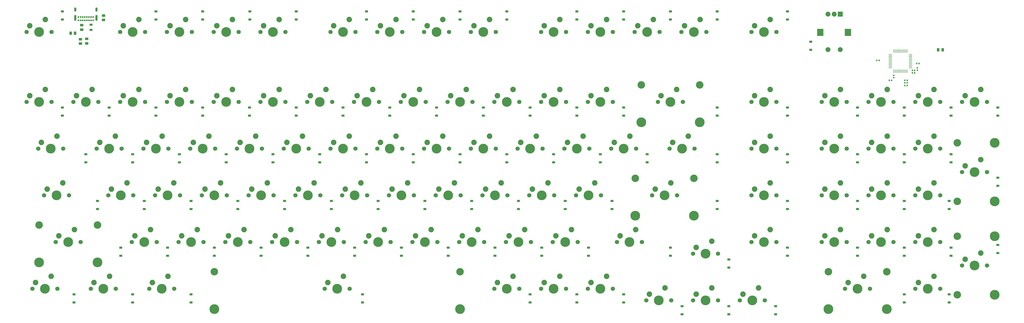
<source format=gbs>
G04 #@! TF.GenerationSoftware,KiCad,Pcbnew,6.0.6*
G04 #@! TF.CreationDate,2022-08-21T10:38:00-04:00*
G04 #@! TF.ProjectId,Workeeb,576f726b-6565-4622-9e6b-696361645f70,rev?*
G04 #@! TF.SameCoordinates,Original*
G04 #@! TF.FileFunction,Soldermask,Bot*
G04 #@! TF.FilePolarity,Negative*
%FSLAX46Y46*%
G04 Gerber Fmt 4.6, Leading zero omitted, Abs format (unit mm)*
G04 Created by KiCad (PCBNEW 6.0.6) date 2022-08-21 10:38:00*
%MOMM*%
%LPD*%
G01*
G04 APERTURE LIST*
G04 Aperture macros list*
%AMRoundRect*
0 Rectangle with rounded corners*
0 $1 Rounding radius*
0 $2 $3 $4 $5 $6 $7 $8 $9 X,Y pos of 4 corners*
0 Add a 4 corners polygon primitive as box body*
4,1,4,$2,$3,$4,$5,$6,$7,$8,$9,$2,$3,0*
0 Add four circle primitives for the rounded corners*
1,1,$1+$1,$2,$3*
1,1,$1+$1,$4,$5*
1,1,$1+$1,$6,$7*
1,1,$1+$1,$8,$9*
0 Add four rect primitives between the rounded corners*
20,1,$1+$1,$2,$3,$4,$5,0*
20,1,$1+$1,$4,$5,$6,$7,0*
20,1,$1+$1,$6,$7,$8,$9,0*
20,1,$1+$1,$8,$9,$2,$3,0*%
G04 Aperture macros list end*
%ADD10C,1.750000*%
%ADD11C,3.987800*%
%ADD12C,2.250000*%
%ADD13C,3.048000*%
%ADD14R,2.000000X2.000000*%
%ADD15C,2.000000*%
%ADD16R,2.500000X3.000000*%
%ADD17R,1.200000X0.900000*%
%ADD18RoundRect,0.140000X-0.170000X0.140000X-0.170000X-0.140000X0.170000X-0.140000X0.170000X0.140000X0*%
%ADD19RoundRect,0.140000X-0.140000X-0.170000X0.140000X-0.170000X0.140000X0.170000X-0.140000X0.170000X0*%
%ADD20RoundRect,0.140000X0.140000X0.170000X-0.140000X0.170000X-0.140000X-0.170000X0.140000X-0.170000X0*%
%ADD21RoundRect,0.250000X-0.450000X0.262500X-0.450000X-0.262500X0.450000X-0.262500X0.450000X0.262500X0*%
%ADD22R,0.254000X1.461999*%
%ADD23R,1.461999X0.254000*%
%ADD24RoundRect,0.218750X-0.381250X0.218750X-0.381250X-0.218750X0.381250X-0.218750X0.381250X0.218750X0*%
%ADD25C,0.700000*%
%ADD26O,0.900000X2.400000*%
%ADD27O,0.900000X1.700000*%
%ADD28RoundRect,0.250000X-0.262500X-0.450000X0.262500X-0.450000X0.262500X0.450000X-0.262500X0.450000X0*%
%ADD29RoundRect,0.250000X0.262500X0.450000X-0.262500X0.450000X-0.262500X-0.450000X0.262500X-0.450000X0*%
G04 APERTURE END LIST*
D10*
X40798750Y-61912500D03*
X30638750Y-61912500D03*
D11*
X35718750Y-61912500D03*
D12*
X31908750Y-59372500D03*
X38258750Y-56832500D03*
D11*
X40481250Y-80962500D03*
D10*
X35401250Y-80962500D03*
X45561250Y-80962500D03*
D12*
X36671250Y-78422500D03*
X43021250Y-75882500D03*
D10*
X37782500Y-100012500D03*
D11*
X42862500Y-100012500D03*
D10*
X47942500Y-100012500D03*
D12*
X39052500Y-97472500D03*
X45402500Y-94932500D03*
D10*
X33020000Y-138112500D03*
X43180000Y-138112500D03*
D11*
X38100000Y-138112500D03*
D12*
X34290000Y-135572500D03*
X40640000Y-133032500D03*
D10*
X52705000Y-119062500D03*
D13*
X59531250Y-112077500D03*
D11*
X35718750Y-127317500D03*
X59531250Y-127317500D03*
D10*
X42545000Y-119062500D03*
D11*
X47625000Y-119062500D03*
D13*
X35718750Y-112077500D03*
D12*
X43815000Y-116522500D03*
X50165000Y-113982500D03*
D10*
X56832500Y-138112500D03*
X66992500Y-138112500D03*
D11*
X61912500Y-138112500D03*
D12*
X58102500Y-135572500D03*
X64452500Y-133032500D03*
D10*
X78898750Y-33337500D03*
X68738750Y-33337500D03*
D11*
X73818750Y-33337500D03*
D12*
X70008750Y-30797500D03*
X76358750Y-28257500D03*
D10*
X68738750Y-61912500D03*
X78898750Y-61912500D03*
D11*
X73818750Y-61912500D03*
D12*
X70008750Y-59372500D03*
X76358750Y-56832500D03*
D10*
X59213750Y-80962500D03*
D11*
X64293750Y-80962500D03*
D10*
X69373750Y-80962500D03*
D12*
X60483750Y-78422500D03*
X66833750Y-75882500D03*
D11*
X69056250Y-100012500D03*
D10*
X63976250Y-100012500D03*
X74136250Y-100012500D03*
D12*
X65246250Y-97472500D03*
X71596250Y-94932500D03*
D10*
X73501250Y-119062500D03*
D11*
X78581250Y-119062500D03*
D10*
X83661250Y-119062500D03*
D12*
X74771250Y-116522500D03*
X81121250Y-113982500D03*
D11*
X92868750Y-33337500D03*
D10*
X87788750Y-33337500D03*
X97948750Y-33337500D03*
D12*
X89058750Y-30797500D03*
X95408750Y-28257500D03*
D10*
X87788750Y-61912500D03*
D11*
X92868750Y-61912500D03*
D10*
X97948750Y-61912500D03*
D12*
X89058750Y-59372500D03*
X95408750Y-56832500D03*
D11*
X83343750Y-80962500D03*
D10*
X88423750Y-80962500D03*
X78263750Y-80962500D03*
D12*
X79533750Y-78422500D03*
X85883750Y-75882500D03*
D10*
X83026250Y-100012500D03*
X93186250Y-100012500D03*
D11*
X88106250Y-100012500D03*
D12*
X84296250Y-97472500D03*
X90646250Y-94932500D03*
D10*
X92551250Y-119062500D03*
X102711250Y-119062500D03*
D11*
X97631250Y-119062500D03*
D12*
X93821250Y-116522500D03*
X100171250Y-113982500D03*
D11*
X85725000Y-138112500D03*
D10*
X90805000Y-138112500D03*
X80645000Y-138112500D03*
D12*
X81915000Y-135572500D03*
X88265000Y-133032500D03*
D11*
X111918750Y-33337500D03*
D10*
X116998750Y-33337500D03*
X106838750Y-33337500D03*
D12*
X108108750Y-30797500D03*
X114458750Y-28257500D03*
D11*
X111918750Y-61912500D03*
D10*
X116998750Y-61912500D03*
X106838750Y-61912500D03*
D12*
X108108750Y-59372500D03*
X114458750Y-56832500D03*
D11*
X102393750Y-80962500D03*
D10*
X97313750Y-80962500D03*
X107473750Y-80962500D03*
D12*
X98583750Y-78422500D03*
X104933750Y-75882500D03*
D11*
X107156250Y-100012500D03*
D10*
X102076250Y-100012500D03*
X112236250Y-100012500D03*
D12*
X103346250Y-97472500D03*
X109696250Y-94932500D03*
D11*
X116681250Y-119062500D03*
D10*
X111601250Y-119062500D03*
X121761250Y-119062500D03*
D12*
X112871250Y-116522500D03*
X119221250Y-113982500D03*
D10*
X136048750Y-33337500D03*
D11*
X130968750Y-33337500D03*
D10*
X125888750Y-33337500D03*
D12*
X127158750Y-30797500D03*
X133508750Y-28257500D03*
D10*
X125888750Y-61912500D03*
D11*
X130968750Y-61912500D03*
D10*
X136048750Y-61912500D03*
D12*
X127158750Y-59372500D03*
X133508750Y-56832500D03*
D10*
X126523750Y-80962500D03*
D11*
X121443750Y-80962500D03*
D10*
X116363750Y-80962500D03*
D12*
X117633750Y-78422500D03*
X123983750Y-75882500D03*
D10*
X121126250Y-100012500D03*
X131286250Y-100012500D03*
D11*
X126206250Y-100012500D03*
D12*
X122396250Y-97472500D03*
X128746250Y-94932500D03*
D11*
X135731250Y-119062500D03*
D10*
X140811250Y-119062500D03*
X130651250Y-119062500D03*
D12*
X131921250Y-116522500D03*
X138271250Y-113982500D03*
D10*
X144938750Y-61912500D03*
D11*
X150018750Y-61912500D03*
D10*
X155098750Y-61912500D03*
D12*
X146208750Y-59372500D03*
X152558750Y-56832500D03*
D10*
X135413750Y-80962500D03*
D11*
X140493750Y-80962500D03*
D10*
X145573750Y-80962500D03*
D12*
X136683750Y-78422500D03*
X143033750Y-75882500D03*
D10*
X150336250Y-100012500D03*
D11*
X145256250Y-100012500D03*
D10*
X140176250Y-100012500D03*
D12*
X141446250Y-97472500D03*
X147796250Y-94932500D03*
D11*
X154781250Y-119062500D03*
D10*
X159861250Y-119062500D03*
X149701250Y-119062500D03*
D12*
X150971250Y-116522500D03*
X157321250Y-113982500D03*
D11*
X107162600Y-146367500D03*
D10*
X162242500Y-138112500D03*
X152082500Y-138112500D03*
D13*
X107162600Y-131127500D03*
D11*
X207162400Y-146367500D03*
X157162500Y-138112500D03*
D13*
X207162400Y-131127500D03*
D12*
X153352500Y-135572500D03*
X159702500Y-133032500D03*
D10*
X154463750Y-33337500D03*
X164623750Y-33337500D03*
D11*
X159543750Y-33337500D03*
D12*
X155733750Y-30797500D03*
X162083750Y-28257500D03*
D10*
X163988750Y-61912500D03*
X174148750Y-61912500D03*
D11*
X169068750Y-61912500D03*
D12*
X165258750Y-59372500D03*
X171608750Y-56832500D03*
D10*
X154463750Y-80962500D03*
D11*
X159543750Y-80962500D03*
D10*
X164623750Y-80962500D03*
D12*
X155733750Y-78422500D03*
X162083750Y-75882500D03*
D10*
X169386250Y-100012500D03*
X159226250Y-100012500D03*
D11*
X164306250Y-100012500D03*
D12*
X160496250Y-97472500D03*
X166846250Y-94932500D03*
D11*
X173831250Y-119062500D03*
D10*
X178911250Y-119062500D03*
X168751250Y-119062500D03*
D12*
X170021250Y-116522500D03*
X176371250Y-113982500D03*
D11*
X178593750Y-33337500D03*
D10*
X183673750Y-33337500D03*
X173513750Y-33337500D03*
D12*
X174783750Y-30797500D03*
X181133750Y-28257500D03*
D11*
X188118750Y-61912500D03*
D10*
X183038750Y-61912500D03*
X193198750Y-61912500D03*
D12*
X184308750Y-59372500D03*
X190658750Y-56832500D03*
D10*
X183673750Y-80962500D03*
D11*
X178593750Y-80962500D03*
D10*
X173513750Y-80962500D03*
D12*
X174783750Y-78422500D03*
X181133750Y-75882500D03*
D10*
X178276250Y-100012500D03*
X188436250Y-100012500D03*
D11*
X183356250Y-100012500D03*
D12*
X179546250Y-97472500D03*
X185896250Y-94932500D03*
D10*
X197961250Y-119062500D03*
D11*
X192881250Y-119062500D03*
D10*
X187801250Y-119062500D03*
D12*
X189071250Y-116522500D03*
X195421250Y-113982500D03*
D10*
X192563750Y-33337500D03*
X202723750Y-33337500D03*
D11*
X197643750Y-33337500D03*
D12*
X193833750Y-30797500D03*
X200183750Y-28257500D03*
D10*
X202088750Y-61912500D03*
X212248750Y-61912500D03*
D11*
X207168750Y-61912500D03*
D12*
X203358750Y-59372500D03*
X209708750Y-56832500D03*
D10*
X192563750Y-80962500D03*
D11*
X197643750Y-80962500D03*
D10*
X202723750Y-80962500D03*
D12*
X193833750Y-78422500D03*
X200183750Y-75882500D03*
D10*
X197326250Y-100012500D03*
D11*
X202406250Y-100012500D03*
D10*
X207486250Y-100012500D03*
D12*
X198596250Y-97472500D03*
X204946250Y-94932500D03*
D10*
X206851250Y-119062500D03*
D11*
X211931250Y-119062500D03*
D10*
X217011250Y-119062500D03*
D12*
X208121250Y-116522500D03*
X214471250Y-113982500D03*
D11*
X216693750Y-33337500D03*
D10*
X211613750Y-33337500D03*
X221773750Y-33337500D03*
D12*
X212883750Y-30797500D03*
X219233750Y-28257500D03*
D10*
X231298750Y-61912500D03*
D11*
X226218750Y-61912500D03*
D10*
X221138750Y-61912500D03*
D12*
X222408750Y-59372500D03*
X228758750Y-56832500D03*
D10*
X221773750Y-80962500D03*
X211613750Y-80962500D03*
D11*
X216693750Y-80962500D03*
D12*
X212883750Y-78422500D03*
X219233750Y-75882500D03*
D10*
X226536250Y-100012500D03*
D11*
X221456250Y-100012500D03*
D10*
X216376250Y-100012500D03*
D12*
X217646250Y-97472500D03*
X223996250Y-94932500D03*
D11*
X230981250Y-119062500D03*
D10*
X236061250Y-119062500D03*
X225901250Y-119062500D03*
D12*
X227171250Y-116522500D03*
X233521250Y-113982500D03*
D10*
X231298750Y-138112500D03*
D11*
X226218750Y-138112500D03*
D10*
X221138750Y-138112500D03*
D12*
X222408750Y-135572500D03*
X228758750Y-133032500D03*
D10*
X240188750Y-33337500D03*
X250348750Y-33337500D03*
D11*
X245268750Y-33337500D03*
D12*
X241458750Y-30797500D03*
X247808750Y-28257500D03*
D10*
X250348750Y-61912500D03*
X240188750Y-61912500D03*
D11*
X245268750Y-61912500D03*
D12*
X241458750Y-59372500D03*
X247808750Y-56832500D03*
D10*
X240823750Y-80962500D03*
D11*
X235743750Y-80962500D03*
D10*
X230663750Y-80962500D03*
D12*
X231933750Y-78422500D03*
X238283750Y-75882500D03*
D10*
X245586250Y-100012500D03*
D11*
X240506250Y-100012500D03*
D10*
X235426250Y-100012500D03*
D12*
X236696250Y-97472500D03*
X243046250Y-94932500D03*
D10*
X244951250Y-119062500D03*
X255111250Y-119062500D03*
D11*
X250031250Y-119062500D03*
D12*
X246221250Y-116522500D03*
X252571250Y-113982500D03*
D10*
X240188750Y-138112500D03*
X250348750Y-138112500D03*
D11*
X245268750Y-138112500D03*
D12*
X241458750Y-135572500D03*
X247808750Y-133032500D03*
D10*
X269398750Y-33337500D03*
X259238750Y-33337500D03*
D11*
X264318750Y-33337500D03*
D12*
X260508750Y-30797500D03*
X266858750Y-28257500D03*
D10*
X269398750Y-61912500D03*
X259238750Y-61912500D03*
D11*
X264318750Y-61912500D03*
D12*
X260508750Y-59372500D03*
X266858750Y-56832500D03*
D10*
X249713750Y-80962500D03*
D11*
X254793750Y-80962500D03*
D10*
X259873750Y-80962500D03*
D12*
X250983750Y-78422500D03*
X257333750Y-75882500D03*
D11*
X259556250Y-100012500D03*
D10*
X264636250Y-100012500D03*
X254476250Y-100012500D03*
D12*
X255746250Y-97472500D03*
X262096250Y-94932500D03*
D10*
X259238750Y-138112500D03*
X269398750Y-138112500D03*
D11*
X264318750Y-138112500D03*
D12*
X260508750Y-135572500D03*
X266858750Y-133032500D03*
D11*
X283368750Y-33337500D03*
D10*
X288448750Y-33337500D03*
X278288750Y-33337500D03*
D12*
X279558750Y-30797500D03*
X285908750Y-28257500D03*
D10*
X268763750Y-80962500D03*
X278923750Y-80962500D03*
D11*
X273843750Y-80962500D03*
D12*
X270033750Y-78422500D03*
X276383750Y-75882500D03*
D10*
X295592500Y-100012500D03*
D13*
X302418750Y-93027500D03*
D11*
X290512500Y-100012500D03*
X278606250Y-108267500D03*
D13*
X278606250Y-93027500D03*
D10*
X285432500Y-100012500D03*
D11*
X302418750Y-108267500D03*
D12*
X286702500Y-97472500D03*
X293052500Y-94932500D03*
D10*
X271145000Y-119062500D03*
D11*
X276225000Y-119062500D03*
D10*
X281305000Y-119062500D03*
D12*
X272415000Y-116522500D03*
X278765000Y-113982500D03*
D10*
X293211250Y-142875000D03*
D11*
X288131250Y-142875000D03*
D10*
X283051250Y-142875000D03*
D12*
X284321250Y-140335000D03*
X290671250Y-137795000D03*
D13*
X280987500Y-54927500D03*
X304800000Y-54927500D03*
D11*
X292893750Y-61912500D03*
D10*
X297973750Y-61912500D03*
D11*
X304800000Y-70167500D03*
D10*
X287813750Y-61912500D03*
D11*
X280987500Y-70167500D03*
D12*
X289083750Y-59372500D03*
X295433750Y-56832500D03*
D10*
X302736250Y-80962500D03*
X292576250Y-80962500D03*
D11*
X297656250Y-80962500D03*
D12*
X293846250Y-78422500D03*
X300196250Y-75882500D03*
D10*
X312261250Y-123825000D03*
X302101250Y-123825000D03*
D11*
X307181250Y-123825000D03*
D12*
X303371250Y-121285000D03*
X309721250Y-118745000D03*
D10*
X302101250Y-142875000D03*
X312261250Y-142875000D03*
D11*
X307181250Y-142875000D03*
D12*
X303371250Y-140335000D03*
X309721250Y-137795000D03*
D11*
X330993750Y-33337500D03*
D10*
X336073750Y-33337500D03*
X325913750Y-33337500D03*
D12*
X327183750Y-30797500D03*
X333533750Y-28257500D03*
D10*
X336073750Y-61912500D03*
D11*
X330993750Y-61912500D03*
D10*
X325913750Y-61912500D03*
D12*
X327183750Y-59372500D03*
X333533750Y-56832500D03*
D10*
X325913750Y-80962500D03*
X336073750Y-80962500D03*
D11*
X330993750Y-80962500D03*
D12*
X327183750Y-78422500D03*
X333533750Y-75882500D03*
D10*
X325913750Y-100012500D03*
D11*
X330993750Y-100012500D03*
D10*
X336073750Y-100012500D03*
D12*
X327183750Y-97472500D03*
X333533750Y-94932500D03*
D11*
X330993750Y-119062500D03*
D10*
X336073750Y-119062500D03*
X325913750Y-119062500D03*
D12*
X327183750Y-116522500D03*
X333533750Y-113982500D03*
D11*
X326231250Y-142875000D03*
D10*
X321151250Y-142875000D03*
X331311250Y-142875000D03*
D12*
X322421250Y-140335000D03*
X328771250Y-137795000D03*
D10*
X364648750Y-61912500D03*
X354488750Y-61912500D03*
D11*
X359568750Y-61912500D03*
D12*
X355758750Y-59372500D03*
X362108750Y-56832500D03*
D10*
X364648750Y-80962500D03*
X354488750Y-80962500D03*
D11*
X359568750Y-80962500D03*
D12*
X355758750Y-78422500D03*
X362108750Y-75882500D03*
D11*
X359568750Y-100012500D03*
D10*
X354488750Y-100012500D03*
X364648750Y-100012500D03*
D12*
X355758750Y-97472500D03*
X362108750Y-94932500D03*
D11*
X359568750Y-119062500D03*
D10*
X354488750Y-119062500D03*
X364648750Y-119062500D03*
D12*
X355758750Y-116522500D03*
X362108750Y-113982500D03*
D14*
X362068750Y-26087500D03*
D15*
X357068750Y-26087500D03*
X359568750Y-26087500D03*
D16*
X365168750Y-33587500D03*
X353968750Y-33587500D03*
D15*
X362068750Y-40587500D03*
X357068750Y-40587500D03*
D10*
X383698750Y-80962500D03*
X373538750Y-80962500D03*
D11*
X378618750Y-80962500D03*
D12*
X374808750Y-78422500D03*
X381158750Y-75882500D03*
D10*
X373538750Y-100012500D03*
X383698750Y-100012500D03*
D11*
X378618750Y-100012500D03*
D12*
X374808750Y-97472500D03*
X381158750Y-94932500D03*
D10*
X373538750Y-119062500D03*
X383698750Y-119062500D03*
D11*
X378618750Y-119062500D03*
D12*
X374808750Y-116522500D03*
X381158750Y-113982500D03*
D11*
X369093750Y-138112500D03*
X381000000Y-146367500D03*
X357187500Y-146367500D03*
D10*
X364013750Y-138112500D03*
D13*
X357187500Y-131127500D03*
D10*
X374173750Y-138112500D03*
D13*
X381000000Y-131127500D03*
D12*
X365283750Y-135572500D03*
X371633750Y-133032500D03*
D10*
X402748750Y-61912500D03*
D11*
X397668750Y-61912500D03*
D10*
X392588750Y-61912500D03*
D12*
X393858750Y-59372500D03*
X400208750Y-56832500D03*
D10*
X402748750Y-100012500D03*
D11*
X397668750Y-100012500D03*
D10*
X392588750Y-100012500D03*
D12*
X393858750Y-97472500D03*
X400208750Y-94932500D03*
D10*
X392588750Y-119062500D03*
X402748750Y-119062500D03*
D11*
X397668750Y-119062500D03*
D12*
X393858750Y-116522500D03*
X400208750Y-113982500D03*
D11*
X397668750Y-138112500D03*
D10*
X392588750Y-138112500D03*
X402748750Y-138112500D03*
D12*
X393858750Y-135572500D03*
X400208750Y-133032500D03*
D11*
X416718750Y-61912500D03*
D10*
X411638750Y-61912500D03*
X421798750Y-61912500D03*
D12*
X412908750Y-59372500D03*
X419258750Y-56832500D03*
D13*
X409733750Y-140525500D03*
X409733750Y-116649500D03*
D11*
X424973750Y-140525500D03*
X424973750Y-116649500D03*
D10*
X421798750Y-128587500D03*
D11*
X416718750Y-128587500D03*
D10*
X411638750Y-128587500D03*
D12*
X412908750Y-126047500D03*
X419258750Y-123507500D03*
D10*
X40798750Y-33337500D03*
D11*
X35718750Y-33337500D03*
D10*
X30638750Y-33337500D03*
D12*
X31908750Y-30797500D03*
X38258750Y-28257500D03*
D10*
X49688750Y-61912500D03*
X59848750Y-61912500D03*
D11*
X54768750Y-61912500D03*
D12*
X50958750Y-59372500D03*
X57308750Y-56832500D03*
D10*
X307498750Y-33337500D03*
X297338750Y-33337500D03*
D11*
X302418750Y-33337500D03*
D12*
X298608750Y-30797500D03*
X304958750Y-28257500D03*
D10*
X392588750Y-80962500D03*
X402748750Y-80962500D03*
D11*
X397668750Y-80962500D03*
D12*
X393858750Y-78422500D03*
X400208750Y-75882500D03*
D11*
X424973750Y-78549500D03*
X424973750Y-102425500D03*
D13*
X409733750Y-102425500D03*
X409733750Y-78549500D03*
D11*
X416718750Y-90487500D03*
D10*
X411638750Y-90487500D03*
X421798750Y-90487500D03*
D12*
X412908750Y-87947500D03*
X419258750Y-85407500D03*
D11*
X378618750Y-61912500D03*
D10*
X383698750Y-61912500D03*
X373538750Y-61912500D03*
D12*
X374808750Y-59372500D03*
X381158750Y-56832500D03*
D17*
X50006250Y-143731250D03*
X50006250Y-140431250D03*
X83343750Y-24957500D03*
X83343750Y-28257500D03*
X311943750Y-86581250D03*
X311943750Y-83281250D03*
X264318750Y-86581250D03*
X264318750Y-83281250D03*
X145256250Y-124681250D03*
X145256250Y-121381250D03*
X259556250Y-124681250D03*
X259556250Y-121381250D03*
D18*
X383794000Y-51082000D03*
X383794000Y-52042000D03*
D17*
X316706250Y-129443750D03*
X316706250Y-126143750D03*
X292893750Y-124681250D03*
X292893750Y-121381250D03*
X269081250Y-105631250D03*
X269081250Y-102331250D03*
X350043750Y-37393750D03*
X350043750Y-40693750D03*
X207168750Y-86581250D03*
X207168750Y-83281250D03*
X407193750Y-67531250D03*
X407193750Y-64231250D03*
D19*
X388366000Y-55245000D03*
X389326000Y-55245000D03*
D17*
X116681250Y-105631250D03*
X116681250Y-102331250D03*
X369093750Y-124681250D03*
X369093750Y-121381250D03*
X130968750Y-86581250D03*
X130968750Y-83281250D03*
X73818750Y-143731250D03*
X73818750Y-140431250D03*
X88106250Y-124681250D03*
X88106250Y-121381250D03*
X92868750Y-86581250D03*
X92868750Y-83281250D03*
X207168750Y-24962850D03*
X207168750Y-28262850D03*
D20*
X392402000Y-49022000D03*
X391442000Y-49022000D03*
D17*
X178593750Y-67531250D03*
X178593750Y-64231250D03*
X292893750Y-24962850D03*
X292893750Y-28262850D03*
X240506250Y-124681250D03*
X240506250Y-121381250D03*
X297656250Y-148493750D03*
X297656250Y-145193750D03*
X311943750Y-67531250D03*
X311943750Y-64231250D03*
X135731250Y-105631250D03*
X135731250Y-102331250D03*
X340518750Y-105631250D03*
X340518750Y-102331250D03*
D21*
X53086000Y-30583500D03*
X53086000Y-32408500D03*
D17*
X426243750Y-67531250D03*
X426243750Y-64231250D03*
X107156250Y-124681250D03*
X107156250Y-121381250D03*
X154781250Y-105631250D03*
X154781250Y-102331250D03*
X192881250Y-105631250D03*
X192881250Y-102331250D03*
X216693750Y-67531250D03*
X216693750Y-64231250D03*
X340518750Y-67531250D03*
X340518750Y-64231250D03*
X173831250Y-105631250D03*
X173831250Y-102331250D03*
D22*
X383806250Y-41128950D03*
X384306249Y-41128950D03*
X384806251Y-41128950D03*
X385306250Y-41128950D03*
X385806249Y-41128950D03*
X386306250Y-41128950D03*
X386806250Y-41128950D03*
X387306251Y-41128950D03*
X387806250Y-41128950D03*
X388306249Y-41128950D03*
X388806251Y-41128950D03*
X389306250Y-41128950D03*
D23*
X390671050Y-42493750D03*
X390671050Y-42993749D03*
X390671050Y-43493751D03*
X390671050Y-43993750D03*
X390671050Y-44493749D03*
X390671050Y-44993750D03*
X390671050Y-45493750D03*
X390671050Y-45993751D03*
X390671050Y-46493750D03*
X390671050Y-46993749D03*
X390671050Y-47493751D03*
X390671050Y-47993750D03*
D22*
X389306250Y-49358550D03*
X388806251Y-49358550D03*
X388306249Y-49358550D03*
X387806250Y-49358550D03*
X387306251Y-49358550D03*
X386806250Y-49358550D03*
X386306250Y-49358550D03*
X385806249Y-49358550D03*
X385306250Y-49358550D03*
X384806251Y-49358550D03*
X384306249Y-49358550D03*
X383806250Y-49358550D03*
D23*
X382441450Y-47993750D03*
X382441450Y-47493751D03*
X382441450Y-46993749D03*
X382441450Y-46493750D03*
X382441450Y-45993751D03*
X382441450Y-45493750D03*
X382441450Y-44993750D03*
X382441450Y-44493749D03*
X382441450Y-43993750D03*
X382441450Y-43493751D03*
X382441450Y-42993749D03*
X382441450Y-42493750D03*
D17*
X78581250Y-105631250D03*
X78581250Y-102331250D03*
D21*
X61976000Y-26670000D03*
X61976000Y-28495000D03*
D17*
X73818750Y-86581250D03*
X73818750Y-83281250D03*
X340518750Y-124681250D03*
X340518750Y-121381250D03*
X169068750Y-86581250D03*
X169068750Y-83281250D03*
D21*
X55118000Y-36171500D03*
X55118000Y-37996500D03*
D17*
X273843750Y-143731250D03*
X273843750Y-140431250D03*
X159543750Y-67531250D03*
X159543750Y-64231250D03*
X369093750Y-105631250D03*
X369093750Y-102331250D03*
D20*
X392402000Y-50038000D03*
X391442000Y-50038000D03*
D17*
X183356250Y-124681250D03*
X183356250Y-121381250D03*
X188118750Y-24962850D03*
X188118750Y-28262850D03*
X250031250Y-105631250D03*
X250031250Y-102331250D03*
X188118750Y-86581250D03*
X188118750Y-83281250D03*
X202406250Y-124681250D03*
X202406250Y-121381250D03*
X226218750Y-86581250D03*
X226218750Y-83281250D03*
D19*
X388366000Y-54102000D03*
X389326000Y-54102000D03*
D17*
X311943750Y-105631250D03*
X311943750Y-102331250D03*
X211931250Y-105631250D03*
X211931250Y-102331250D03*
X83343750Y-67531250D03*
X83343750Y-64231250D03*
X235743750Y-67531250D03*
X235743750Y-64231250D03*
X54768750Y-86581250D03*
X54768750Y-83281250D03*
D24*
X56896000Y-30433500D03*
X56896000Y-32558500D03*
D17*
X69056250Y-124681250D03*
X69056250Y-121381250D03*
D25*
X51793750Y-28631250D03*
X52643750Y-28631250D03*
X53493750Y-28631250D03*
X54343750Y-28631250D03*
X55193750Y-28631250D03*
X56043750Y-28631250D03*
X56893750Y-28631250D03*
X57743750Y-28631250D03*
X57743750Y-27281250D03*
X56893750Y-27281250D03*
X56043750Y-27281250D03*
X55193750Y-27281250D03*
X54343750Y-27281250D03*
X53493750Y-27281250D03*
X52643750Y-27281250D03*
X51793750Y-27281250D03*
D26*
X59093750Y-27651250D03*
D27*
X50443750Y-24271250D03*
D26*
X50443750Y-27651250D03*
D27*
X59093750Y-24271250D03*
D17*
X45243750Y-67531250D03*
X45243750Y-64231250D03*
X126206250Y-124681250D03*
X126206250Y-121381250D03*
X245268750Y-86581250D03*
X245268750Y-83281250D03*
X197643750Y-67531250D03*
X197643750Y-64231250D03*
D21*
X52578000Y-36322000D03*
X52578000Y-38147000D03*
D17*
X167481250Y-143731250D03*
X167481250Y-140431250D03*
D20*
X377924000Y-44958000D03*
X376964000Y-44958000D03*
D17*
X97631250Y-105631250D03*
X97631250Y-102331250D03*
X407193750Y-124681250D03*
X407193750Y-121381250D03*
X406400000Y-143731250D03*
X406400000Y-140431250D03*
X226218750Y-24962850D03*
X226218750Y-28262850D03*
D20*
X383004000Y-53086000D03*
X382044000Y-53086000D03*
D17*
X121602500Y-24962850D03*
X121602500Y-28262850D03*
X102362000Y-24957500D03*
X102362000Y-28257500D03*
X340518750Y-24962850D03*
X340518750Y-28262850D03*
X140493750Y-24962850D03*
X140493750Y-28262850D03*
X221456250Y-124681250D03*
X221456250Y-121381250D03*
D19*
X388366000Y-53086000D03*
X389326000Y-53086000D03*
D17*
X388143750Y-86581250D03*
X388143750Y-83281250D03*
X97631250Y-143731250D03*
X97631250Y-140431250D03*
X407193750Y-86581250D03*
X407193750Y-83281250D03*
D28*
X401931500Y-40640000D03*
X403756500Y-40640000D03*
D17*
X406400000Y-105631250D03*
X406400000Y-102331250D03*
X316706250Y-148493750D03*
X316706250Y-145193750D03*
X311943750Y-24962850D03*
X311943750Y-28262850D03*
X254793750Y-143731250D03*
X254793750Y-140431250D03*
X369093750Y-86581250D03*
X369093750Y-83281250D03*
D19*
X393192000Y-46228000D03*
X394152000Y-46228000D03*
D17*
X335756250Y-148493750D03*
X335756250Y-145193750D03*
X140493750Y-67531250D03*
X140493750Y-64231250D03*
X45243750Y-24957500D03*
X45243750Y-28257500D03*
X102393750Y-67531250D03*
X102393750Y-64231250D03*
X254793750Y-67531250D03*
X254793750Y-64231250D03*
X64293750Y-67531250D03*
X64293750Y-64231250D03*
X230981250Y-105631250D03*
X230981250Y-102331250D03*
X235743750Y-143731250D03*
X235743750Y-140431250D03*
X273843750Y-67531250D03*
X273843750Y-64231250D03*
X150018750Y-86581250D03*
X150018750Y-83281250D03*
X426243750Y-96106250D03*
X426243750Y-92806250D03*
X254793750Y-24962850D03*
X254793750Y-28262850D03*
X164306250Y-124681250D03*
X164306250Y-121381250D03*
X388143750Y-143731250D03*
X388143750Y-140431250D03*
X388143750Y-124681250D03*
X388143750Y-121381250D03*
X340518750Y-86581250D03*
X340518750Y-83281250D03*
D29*
X50419000Y-33909000D03*
X48594000Y-33909000D03*
D17*
X426243750Y-120207500D03*
X426243750Y-123507500D03*
X273843750Y-24962850D03*
X273843750Y-28262850D03*
X111918750Y-86581250D03*
X111918750Y-83281250D03*
D18*
X393446000Y-48034000D03*
X393446000Y-48994000D03*
D17*
X388143750Y-105631250D03*
X388143750Y-102331250D03*
X283368750Y-86581250D03*
X283368750Y-83281250D03*
X369093750Y-67531250D03*
X369093750Y-64231250D03*
X169068750Y-24962850D03*
X169068750Y-28262850D03*
X59531250Y-105631250D03*
X59531250Y-102331250D03*
X121443750Y-67531250D03*
X121443750Y-64231250D03*
X388143750Y-67531250D03*
X388143750Y-64231250D03*
M02*

</source>
